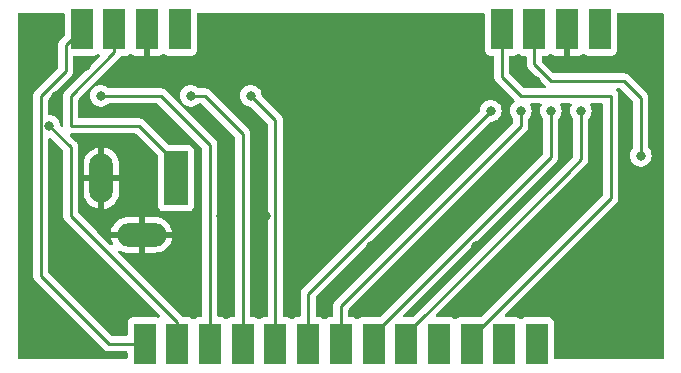
<source format=gtl>
%TF.GenerationSoftware,KiCad,Pcbnew,(6.0.7)*%
%TF.CreationDate,2022-08-10T23:52:04+02:00*%
%TF.ProjectId,atari-lpt-joysticks,61746172-692d-46c7-9074-2d6a6f797374,rev?*%
%TF.SameCoordinates,Original*%
%TF.FileFunction,Copper,L1,Top*%
%TF.FilePolarity,Positive*%
%FSLAX46Y46*%
G04 Gerber Fmt 4.6, Leading zero omitted, Abs format (unit mm)*
G04 Created by KiCad (PCBNEW (6.0.7)) date 2022-08-10 23:52:04*
%MOMM*%
%LPD*%
G01*
G04 APERTURE LIST*
%TA.AperFunction,SMDPad,CuDef*%
%ADD10R,1.846667X3.480000*%
%TD*%
%TA.AperFunction,ComponentPad*%
%ADD11R,2.000000X4.600000*%
%TD*%
%TA.AperFunction,ComponentPad*%
%ADD12O,2.000000X4.200000*%
%TD*%
%TA.AperFunction,ComponentPad*%
%ADD13O,4.200000X2.000000*%
%TD*%
%TA.AperFunction,ViaPad*%
%ADD14C,0.800000*%
%TD*%
%TA.AperFunction,Conductor*%
%ADD15C,0.250000*%
%TD*%
G04 APERTURE END LIST*
D10*
%TO.P,J1,1,1*%
%TO.N,Net-(J1-Pad1)*%
X100220000Y-92097500D03*
%TO.P,J1,2,2*%
%TO.N,Net-(J1-Pad2)*%
X102990000Y-92097500D03*
%TO.P,J1,3,3*%
%TO.N,Net-(J1-Pad3)*%
X105760000Y-92097500D03*
%TO.P,J1,4,4*%
%TO.N,Net-(J1-Pad4)*%
X108530000Y-92097500D03*
%TO.P,J1,5,5*%
%TO.N,Net-(J1-Pad5)*%
X111300000Y-92097500D03*
%TO.P,J1,6,6*%
%TO.N,Net-(J1-Pad6)*%
X114070000Y-92097500D03*
%TO.P,J1,7,7*%
%TO.N,Net-(J1-Pad7)*%
X116840000Y-92097500D03*
%TO.P,J1,8,8*%
%TO.N,Net-(J1-Pad8)*%
X119610000Y-92097500D03*
%TO.P,J1,9,9*%
%TO.N,Net-(J1-Pad9)*%
X122380000Y-92097500D03*
%TO.P,J1,10,10*%
%TO.N,unconnected-(J1-Pad10)*%
X125150000Y-92097500D03*
%TO.P,J1,11,11*%
%TO.N,Net-(J1-Pad11)*%
X127920000Y-92097500D03*
%TO.P,J1,12,12*%
%TO.N,unconnected-(J1-Pad12)*%
X130690000Y-92097500D03*
%TO.P,J1,13,13*%
%TO.N,unconnected-(J1-Pad13)*%
X133460000Y-92097500D03*
%TD*%
D11*
%TO.P,J2,1*%
%TO.N,Net-(J2-Pad1)*%
X102870000Y-78090000D03*
D12*
%TO.P,J2,2*%
%TO.N,GND*%
X96570000Y-78090000D03*
D13*
%TO.P,J2,3*%
X99970000Y-82890000D03*
%TD*%
D10*
%TO.P,Joystick-4,6,6*%
%TO.N,Net-(J1-Pad1)*%
X94905000Y-65482500D03*
%TO.P,Joystick-4,7,7*%
%TO.N,Net-(J2-Pad1)*%
X97675000Y-65482500D03*
%TO.P,Joystick-4,8,8*%
%TO.N,GND*%
X100445000Y-65482500D03*
%TO.P,Joystick-4,9,9*%
%TO.N,unconnected-(Joystick-4-Pad9)*%
X103215000Y-65482500D03*
%TD*%
%TO.P,Joystick-3,6,6*%
%TO.N,Net-(J1-Pad11)*%
X130465000Y-65482500D03*
%TO.P,Joystick-3,7,7*%
%TO.N,Net-(J2-Pad1)*%
X133235000Y-65482500D03*
%TO.P,Joystick-3,8,8*%
%TO.N,GND*%
X136005000Y-65482500D03*
%TO.P,Joystick-3,9,9*%
%TO.N,unconnected-(Joystick-3-Pad9)*%
X138775000Y-65482500D03*
%TD*%
D14*
%TO.N,Net-(J1-Pad2)*%
X92164500Y-73660000D03*
%TO.N,Net-(J1-Pad3)*%
X96520000Y-71120000D03*
%TO.N,Net-(J1-Pad4)*%
X104140000Y-71120000D03*
%TO.N,Net-(J1-Pad5)*%
X109220000Y-71120000D03*
%TO.N,Net-(J1-Pad6)*%
X129540000Y-72390000D03*
%TO.N,Net-(J1-Pad7)*%
X132080000Y-72390000D03*
%TO.N,Net-(J1-Pad8)*%
X134620000Y-72390000D03*
%TO.N,Net-(J1-Pad9)*%
X137160000Y-72390000D03*
%TO.N,Net-(J2-Pad1)*%
X142240000Y-76200000D03*
%TO.N,GND*%
X106680000Y-81280000D03*
X113030000Y-81280000D03*
X92710000Y-91440000D03*
X95250000Y-68580000D03*
X110490000Y-81280000D03*
X133350000Y-69850000D03*
X128270000Y-83820000D03*
X121920000Y-86360000D03*
X140962549Y-73656031D03*
X119380000Y-83820000D03*
X135890000Y-68580000D03*
X113030000Y-76200000D03*
X92710000Y-71120000D03*
X96520000Y-87630000D03*
X135890000Y-88900000D03*
X132080000Y-85090000D03*
%TD*%
D15*
%TO.N,Net-(J1-Pad1)*%
X97177500Y-92097500D02*
X100220000Y-92097500D01*
X91440000Y-71120000D02*
X91440000Y-86360000D01*
X93530000Y-66857500D02*
X93530000Y-69030000D01*
X91440000Y-86360000D02*
X97177500Y-92097500D01*
X94905000Y-65482500D02*
X93530000Y-66857500D01*
X93530000Y-69030000D02*
X91440000Y-71120000D01*
%TO.N,Net-(J1-Pad2)*%
X102990000Y-92097500D02*
X102990000Y-90290000D01*
X93980000Y-75475500D02*
X92164500Y-73660000D01*
X102990000Y-90290000D02*
X93980000Y-81280000D01*
X93980000Y-81280000D02*
X93980000Y-75475500D01*
%TO.N,Net-(J1-Pad3)*%
X105760000Y-92097500D02*
X105760000Y-75280000D01*
X105760000Y-75280000D02*
X101600000Y-71120000D01*
X101600000Y-71120000D02*
X96520000Y-71120000D01*
%TO.N,Net-(J1-Pad4)*%
X108530000Y-92097500D02*
X108530000Y-74350000D01*
X105300000Y-71120000D02*
X104140000Y-71120000D01*
X108530000Y-74350000D02*
X105300000Y-71120000D01*
%TO.N,Net-(J1-Pad5)*%
X109220000Y-71120000D02*
X111300000Y-73200000D01*
X111300000Y-92097500D02*
X111300000Y-73200000D01*
%TO.N,Net-(J1-Pad6)*%
X114070000Y-87860000D02*
X129540000Y-72390000D01*
X114070000Y-92097500D02*
X114070000Y-87860000D01*
%TO.N,Net-(J1-Pad7)*%
X116840000Y-88900000D02*
X116840000Y-92097500D01*
X132080000Y-72390000D02*
X132080000Y-73660000D01*
X132080000Y-73660000D02*
X116840000Y-88900000D01*
%TO.N,Net-(J1-Pad8)*%
X134620000Y-76270832D02*
X132750416Y-78140416D01*
X132750416Y-78140416D02*
X134620000Y-76270833D01*
X119610000Y-92097500D02*
X119610000Y-91280833D01*
X119610000Y-91280833D02*
X132750416Y-78140416D01*
X134620000Y-72390000D02*
X134620000Y-76270832D01*
%TO.N,Net-(J1-Pad9)*%
X122380000Y-92097500D02*
X122380000Y-91280833D01*
X137160000Y-72390000D02*
X137160000Y-76500834D01*
X122380000Y-91280833D02*
X136040417Y-77620417D01*
X137160000Y-76500834D02*
X136040417Y-77620417D01*
X136040417Y-77620417D02*
X137160000Y-76500833D01*
%TO.N,Net-(J1-Pad11)*%
X130465000Y-69505000D02*
X132080000Y-71120000D01*
X139700000Y-71120000D02*
X139700000Y-79774167D01*
X139700000Y-79774167D02*
X127920000Y-91554167D01*
X132080000Y-71120000D02*
X139700000Y-71120000D01*
X130465000Y-65482500D02*
X130465000Y-69505000D01*
X127920000Y-91554167D02*
X127920000Y-92097500D01*
%TO.N,Net-(J2-Pad1)*%
X102870000Y-76790000D02*
X99740000Y-73660000D01*
X134620000Y-69850000D02*
X133235000Y-68465000D01*
X142240000Y-71310000D02*
X140780000Y-69850000D01*
X99740000Y-73660000D02*
X93980000Y-73660000D01*
X142240000Y-76200000D02*
X142240000Y-71310000D01*
X133235000Y-68465000D02*
X133235000Y-65482500D01*
X140780000Y-69850000D02*
X134620000Y-69850000D01*
X93980000Y-73660000D02*
X93980000Y-71120000D01*
X93980000Y-71120000D02*
X97675000Y-67425000D01*
X97675000Y-67425000D02*
X97675000Y-65482500D01*
X102870000Y-78090000D02*
X102870000Y-76790000D01*
%TD*%
%TA.AperFunction,Conductor*%
%TO.N,GND*%
G36*
X93415288Y-64103502D02*
G01*
X93461781Y-64157158D01*
X93473167Y-64209500D01*
X93473167Y-65966238D01*
X93453165Y-66034359D01*
X93436262Y-66055333D01*
X93137747Y-66353848D01*
X93129461Y-66361388D01*
X93122982Y-66365500D01*
X93117557Y-66371277D01*
X93076357Y-66415151D01*
X93073602Y-66417993D01*
X93053865Y-66437730D01*
X93051385Y-66440927D01*
X93043682Y-66449947D01*
X93013414Y-66482179D01*
X93009595Y-66489125D01*
X93009593Y-66489128D01*
X93003652Y-66499934D01*
X92992801Y-66516453D01*
X92980386Y-66532459D01*
X92977241Y-66539728D01*
X92977238Y-66539732D01*
X92962826Y-66573037D01*
X92957609Y-66583687D01*
X92936305Y-66622440D01*
X92934334Y-66630115D01*
X92934334Y-66630116D01*
X92931267Y-66642062D01*
X92924863Y-66660766D01*
X92916819Y-66679355D01*
X92915580Y-66687178D01*
X92915577Y-66687188D01*
X92909901Y-66723024D01*
X92907495Y-66734644D01*
X92896500Y-66777470D01*
X92896500Y-66797724D01*
X92894949Y-66817434D01*
X92891780Y-66837443D01*
X92892526Y-66845335D01*
X92895941Y-66881461D01*
X92896500Y-66893319D01*
X92896500Y-68715405D01*
X92876498Y-68783526D01*
X92859595Y-68804500D01*
X91047747Y-70616348D01*
X91039461Y-70623888D01*
X91032982Y-70628000D01*
X91027557Y-70633777D01*
X90986357Y-70677651D01*
X90983602Y-70680493D01*
X90963865Y-70700230D01*
X90961385Y-70703427D01*
X90953682Y-70712447D01*
X90923414Y-70744679D01*
X90919595Y-70751625D01*
X90919593Y-70751628D01*
X90913652Y-70762434D01*
X90902801Y-70778953D01*
X90890386Y-70794959D01*
X90887241Y-70802228D01*
X90887238Y-70802232D01*
X90872826Y-70835537D01*
X90867609Y-70846187D01*
X90846305Y-70884940D01*
X90844334Y-70892615D01*
X90844334Y-70892616D01*
X90841267Y-70904562D01*
X90834863Y-70923266D01*
X90833912Y-70925465D01*
X90826819Y-70941855D01*
X90825580Y-70949678D01*
X90825577Y-70949688D01*
X90819901Y-70985524D01*
X90817495Y-70997144D01*
X90808472Y-71032289D01*
X90806500Y-71039970D01*
X90806500Y-71060224D01*
X90804949Y-71079934D01*
X90801780Y-71099943D01*
X90802526Y-71107835D01*
X90805941Y-71143961D01*
X90806500Y-71155819D01*
X90806500Y-86281233D01*
X90805973Y-86292416D01*
X90804298Y-86299909D01*
X90804547Y-86307835D01*
X90804547Y-86307836D01*
X90806438Y-86367986D01*
X90806500Y-86371945D01*
X90806500Y-86399856D01*
X90806997Y-86403790D01*
X90806997Y-86403791D01*
X90807005Y-86403856D01*
X90807938Y-86415693D01*
X90809327Y-86459889D01*
X90814978Y-86479339D01*
X90818987Y-86498700D01*
X90821526Y-86518797D01*
X90824445Y-86526168D01*
X90824445Y-86526170D01*
X90837804Y-86559912D01*
X90841649Y-86571142D01*
X90853982Y-86613593D01*
X90858015Y-86620412D01*
X90858017Y-86620417D01*
X90864293Y-86631028D01*
X90872988Y-86648776D01*
X90880448Y-86667617D01*
X90885110Y-86674033D01*
X90885110Y-86674034D01*
X90906436Y-86703387D01*
X90912952Y-86713307D01*
X90935458Y-86751362D01*
X90949779Y-86765683D01*
X90962619Y-86780716D01*
X90974528Y-86797107D01*
X90980634Y-86802158D01*
X91008605Y-86825298D01*
X91017384Y-86833288D01*
X96673843Y-92489747D01*
X96681387Y-92498037D01*
X96685500Y-92504518D01*
X96691277Y-92509943D01*
X96735167Y-92551158D01*
X96738009Y-92553913D01*
X96757730Y-92573634D01*
X96760925Y-92576112D01*
X96769947Y-92583818D01*
X96802179Y-92614086D01*
X96809128Y-92617906D01*
X96819932Y-92623846D01*
X96836456Y-92634699D01*
X96852459Y-92647113D01*
X96893043Y-92664676D01*
X96903673Y-92669883D01*
X96942440Y-92691195D01*
X96950117Y-92693166D01*
X96950122Y-92693168D01*
X96962058Y-92696232D01*
X96980766Y-92702637D01*
X96999355Y-92710681D01*
X97007183Y-92711921D01*
X97007190Y-92711923D01*
X97043024Y-92717599D01*
X97054644Y-92720005D01*
X97089789Y-92729028D01*
X97097470Y-92731000D01*
X97117724Y-92731000D01*
X97137434Y-92732551D01*
X97157443Y-92735720D01*
X97165335Y-92734974D01*
X97201461Y-92731559D01*
X97213319Y-92731000D01*
X98662167Y-92731000D01*
X98730288Y-92751002D01*
X98776781Y-92804658D01*
X98788167Y-92857000D01*
X98788167Y-93270500D01*
X98768165Y-93338621D01*
X98714509Y-93385114D01*
X98662167Y-93396500D01*
X89609500Y-93396500D01*
X89541379Y-93376498D01*
X89494886Y-93322842D01*
X89483500Y-93270500D01*
X89483500Y-64209500D01*
X89503502Y-64141379D01*
X89557158Y-64094886D01*
X89609500Y-64083500D01*
X93347167Y-64083500D01*
X93415288Y-64103502D01*
G37*
%TD.AperFunction*%
%TA.AperFunction,Conductor*%
G36*
X144138621Y-64103502D02*
G01*
X144185114Y-64157158D01*
X144196500Y-64209500D01*
X144196500Y-93270500D01*
X144176498Y-93338621D01*
X144122842Y-93385114D01*
X144070500Y-93396500D01*
X135017833Y-93396500D01*
X134949712Y-93376498D01*
X134903219Y-93322842D01*
X134891833Y-93270500D01*
X134891833Y-90309366D01*
X134885078Y-90247184D01*
X134833948Y-90110795D01*
X134746594Y-89994239D01*
X134630038Y-89906885D01*
X134493649Y-89855755D01*
X134431467Y-89849000D01*
X132488533Y-89849000D01*
X132426351Y-89855755D01*
X132289962Y-89906885D01*
X132173406Y-89994239D01*
X132168025Y-90001419D01*
X132164095Y-90005349D01*
X132101783Y-90039375D01*
X132030968Y-90034310D01*
X131985905Y-90005349D01*
X131981975Y-90001419D01*
X131976594Y-89994239D01*
X131860038Y-89906885D01*
X131723649Y-89855755D01*
X131661467Y-89849000D01*
X130825261Y-89849000D01*
X130757140Y-89828998D01*
X130710647Y-89775342D01*
X130700543Y-89705068D01*
X130730037Y-89640488D01*
X130736166Y-89633905D01*
X140092253Y-80277819D01*
X140100539Y-80270279D01*
X140107018Y-80266167D01*
X140153644Y-80216515D01*
X140156398Y-80213674D01*
X140176135Y-80193937D01*
X140178615Y-80190740D01*
X140186320Y-80181718D01*
X140211159Y-80155267D01*
X140216586Y-80149488D01*
X140220405Y-80142542D01*
X140220407Y-80142539D01*
X140226348Y-80131733D01*
X140237199Y-80115214D01*
X140244758Y-80105468D01*
X140249614Y-80099208D01*
X140252759Y-80091939D01*
X140252762Y-80091935D01*
X140267174Y-80058630D01*
X140272391Y-80047980D01*
X140293695Y-80009227D01*
X140298733Y-79989604D01*
X140305137Y-79970901D01*
X140310033Y-79959587D01*
X140310033Y-79959586D01*
X140313181Y-79952312D01*
X140314420Y-79944489D01*
X140314423Y-79944479D01*
X140320099Y-79908643D01*
X140322505Y-79897023D01*
X140331528Y-79861878D01*
X140331528Y-79861877D01*
X140333500Y-79854197D01*
X140333500Y-79833943D01*
X140335051Y-79814232D01*
X140336980Y-79802053D01*
X140338220Y-79794224D01*
X140334059Y-79750205D01*
X140333500Y-79738348D01*
X140333500Y-71191793D01*
X140335732Y-71168184D01*
X140335790Y-71167881D01*
X140335790Y-71167877D01*
X140337275Y-71160094D01*
X140333749Y-71104049D01*
X140333500Y-71096138D01*
X140333500Y-71080144D01*
X140331494Y-71064270D01*
X140330752Y-71056410D01*
X140329024Y-71028951D01*
X140327723Y-71008263D01*
X140327723Y-71008262D01*
X140327225Y-71000350D01*
X140324679Y-70992513D01*
X140319506Y-70969369D01*
X140319468Y-70969065D01*
X140319467Y-70969060D01*
X140318474Y-70961203D01*
X140315558Y-70953838D01*
X140315557Y-70953834D01*
X140297801Y-70908989D01*
X140295129Y-70901570D01*
X140277764Y-70848125D01*
X140273514Y-70841428D01*
X140273350Y-70841169D01*
X140262585Y-70820042D01*
X140262471Y-70819754D01*
X140262468Y-70819749D01*
X140259552Y-70812383D01*
X140254896Y-70805975D01*
X140254893Y-70805969D01*
X140226542Y-70766948D01*
X140222092Y-70760401D01*
X140192000Y-70712982D01*
X140185993Y-70707341D01*
X140170312Y-70689555D01*
X140165958Y-70683563D01*
X140142099Y-70616697D01*
X140158177Y-70547545D01*
X140209089Y-70498063D01*
X140267893Y-70483500D01*
X140465406Y-70483500D01*
X140533527Y-70503502D01*
X140554501Y-70520405D01*
X141569595Y-71535500D01*
X141603621Y-71597812D01*
X141606500Y-71624595D01*
X141606500Y-75497476D01*
X141586498Y-75565597D01*
X141574142Y-75581779D01*
X141500960Y-75663056D01*
X141405473Y-75828444D01*
X141346458Y-76010072D01*
X141326496Y-76200000D01*
X141327186Y-76206565D01*
X141338152Y-76310897D01*
X141346458Y-76389928D01*
X141405473Y-76571556D01*
X141408776Y-76577278D01*
X141408777Y-76577279D01*
X141432716Y-76618743D01*
X141500960Y-76736944D01*
X141505378Y-76741851D01*
X141505379Y-76741852D01*
X141608917Y-76856843D01*
X141628747Y-76878866D01*
X141783248Y-76991118D01*
X141789276Y-76993802D01*
X141789278Y-76993803D01*
X141951681Y-77066109D01*
X141957712Y-77068794D01*
X142051113Y-77088647D01*
X142138056Y-77107128D01*
X142138061Y-77107128D01*
X142144513Y-77108500D01*
X142335487Y-77108500D01*
X142341939Y-77107128D01*
X142341944Y-77107128D01*
X142428887Y-77088647D01*
X142522288Y-77068794D01*
X142528319Y-77066109D01*
X142690722Y-76993803D01*
X142690724Y-76993802D01*
X142696752Y-76991118D01*
X142851253Y-76878866D01*
X142871083Y-76856843D01*
X142974621Y-76741852D01*
X142974622Y-76741851D01*
X142979040Y-76736944D01*
X143047284Y-76618743D01*
X143071223Y-76577279D01*
X143071224Y-76577278D01*
X143074527Y-76571556D01*
X143133542Y-76389928D01*
X143141849Y-76310897D01*
X143152814Y-76206565D01*
X143153504Y-76200000D01*
X143133542Y-76010072D01*
X143074527Y-75828444D01*
X142979040Y-75663056D01*
X142905863Y-75581785D01*
X142875147Y-75517779D01*
X142873500Y-75497476D01*
X142873500Y-71388767D01*
X142874027Y-71377584D01*
X142875702Y-71370091D01*
X142873562Y-71302000D01*
X142873500Y-71298043D01*
X142873500Y-71270144D01*
X142872996Y-71266153D01*
X142872063Y-71254311D01*
X142870923Y-71218036D01*
X142870674Y-71210111D01*
X142868462Y-71202497D01*
X142868461Y-71202492D01*
X142865023Y-71190659D01*
X142861012Y-71171295D01*
X142859467Y-71159064D01*
X142858474Y-71151203D01*
X142855557Y-71143836D01*
X142855556Y-71143831D01*
X142842198Y-71110092D01*
X142838354Y-71098865D01*
X142834065Y-71084103D01*
X142826018Y-71056407D01*
X142815707Y-71038972D01*
X142807012Y-71021224D01*
X142799552Y-71002383D01*
X142787304Y-70985524D01*
X142773564Y-70966613D01*
X142767048Y-70956693D01*
X142748580Y-70925465D01*
X142748578Y-70925462D01*
X142744542Y-70918638D01*
X142730221Y-70904317D01*
X142717380Y-70889283D01*
X142710131Y-70879306D01*
X142705472Y-70872893D01*
X142671395Y-70844702D01*
X142662616Y-70836712D01*
X141283652Y-69457747D01*
X141276112Y-69449461D01*
X141272000Y-69442982D01*
X141222348Y-69396356D01*
X141219507Y-69393602D01*
X141199770Y-69373865D01*
X141196573Y-69371385D01*
X141187551Y-69363680D01*
X141185023Y-69361306D01*
X141155321Y-69333414D01*
X141148375Y-69329595D01*
X141148372Y-69329593D01*
X141137566Y-69323652D01*
X141121047Y-69312801D01*
X141116168Y-69309017D01*
X141105041Y-69300386D01*
X141097772Y-69297241D01*
X141097768Y-69297238D01*
X141064463Y-69282826D01*
X141053813Y-69277609D01*
X141015060Y-69256305D01*
X140995437Y-69251267D01*
X140976734Y-69244863D01*
X140965420Y-69239967D01*
X140965419Y-69239967D01*
X140958145Y-69236819D01*
X140950322Y-69235580D01*
X140950312Y-69235577D01*
X140914476Y-69229901D01*
X140902856Y-69227495D01*
X140867711Y-69218472D01*
X140867710Y-69218472D01*
X140860030Y-69216500D01*
X140839776Y-69216500D01*
X140820065Y-69214949D01*
X140807886Y-69213020D01*
X140800057Y-69211780D01*
X140792165Y-69212526D01*
X140756039Y-69215941D01*
X140744181Y-69216500D01*
X134934594Y-69216500D01*
X134866473Y-69196498D01*
X134845503Y-69179599D01*
X133905403Y-68239498D01*
X133871379Y-68177188D01*
X133868500Y-68150405D01*
X133868500Y-67857000D01*
X133888502Y-67788879D01*
X133942158Y-67742386D01*
X133994500Y-67731000D01*
X134206467Y-67731000D01*
X134268649Y-67724245D01*
X134405038Y-67673115D01*
X134521594Y-67585761D01*
X134526975Y-67578581D01*
X134531262Y-67574294D01*
X134593574Y-67540268D01*
X134664389Y-67545333D01*
X134709452Y-67574294D01*
X134725943Y-67590785D01*
X134828018Y-67667286D01*
X134843613Y-67675824D01*
X134964061Y-67720978D01*
X134979316Y-67724605D01*
X135030181Y-67730131D01*
X135036995Y-67730500D01*
X135732885Y-67730500D01*
X135748124Y-67726025D01*
X135749329Y-67724635D01*
X135751000Y-67716952D01*
X135751000Y-65354500D01*
X135771002Y-65286379D01*
X135824658Y-65239886D01*
X135877000Y-65228500D01*
X136133000Y-65228500D01*
X136201121Y-65248502D01*
X136247614Y-65302158D01*
X136259000Y-65354500D01*
X136259000Y-67712384D01*
X136263475Y-67727623D01*
X136264865Y-67728828D01*
X136272548Y-67730499D01*
X136973002Y-67730499D01*
X136979823Y-67730129D01*
X137030685Y-67724605D01*
X137045937Y-67720979D01*
X137166387Y-67675824D01*
X137181982Y-67667286D01*
X137284057Y-67590785D01*
X137300548Y-67574294D01*
X137362860Y-67540268D01*
X137433675Y-67545333D01*
X137478738Y-67574294D01*
X137483025Y-67578581D01*
X137488406Y-67585761D01*
X137604962Y-67673115D01*
X137741351Y-67724245D01*
X137803533Y-67731000D01*
X139746467Y-67731000D01*
X139808649Y-67724245D01*
X139945038Y-67673115D01*
X140061594Y-67585761D01*
X140148948Y-67469205D01*
X140200078Y-67332816D01*
X140206833Y-67270634D01*
X140206833Y-64209500D01*
X140226835Y-64141379D01*
X140280491Y-64094886D01*
X140332833Y-64083500D01*
X144070500Y-64083500D01*
X144138621Y-64103502D01*
G37*
%TD.AperFunction*%
%TA.AperFunction,Conductor*%
G36*
X92282012Y-74673870D02*
G01*
X92288594Y-74679998D01*
X92804532Y-75195937D01*
X93309595Y-75701000D01*
X93343621Y-75763312D01*
X93346500Y-75790095D01*
X93346500Y-81201233D01*
X93345973Y-81212416D01*
X93344298Y-81219909D01*
X93344547Y-81227835D01*
X93344547Y-81227836D01*
X93346438Y-81287986D01*
X93346500Y-81291945D01*
X93346500Y-81319856D01*
X93346997Y-81323790D01*
X93346997Y-81323791D01*
X93347005Y-81323856D01*
X93347938Y-81335693D01*
X93349327Y-81379889D01*
X93354978Y-81399339D01*
X93358987Y-81418700D01*
X93361526Y-81438797D01*
X93364445Y-81446168D01*
X93364445Y-81446170D01*
X93377804Y-81479912D01*
X93381649Y-81491142D01*
X93393982Y-81533593D01*
X93398015Y-81540412D01*
X93398017Y-81540417D01*
X93404293Y-81551028D01*
X93412988Y-81568776D01*
X93420448Y-81587617D01*
X93425110Y-81594033D01*
X93425110Y-81594034D01*
X93446436Y-81623387D01*
X93452952Y-81633307D01*
X93475458Y-81671362D01*
X93489779Y-81685683D01*
X93502619Y-81700716D01*
X93514528Y-81717107D01*
X93520634Y-81722158D01*
X93548605Y-81745298D01*
X93557384Y-81753288D01*
X101492234Y-89688138D01*
X101526260Y-89750450D01*
X101521195Y-89821265D01*
X101478648Y-89878101D01*
X101412128Y-89902912D01*
X101358910Y-89895215D01*
X101261051Y-89858529D01*
X101261045Y-89858527D01*
X101253649Y-89855755D01*
X101191467Y-89849000D01*
X99248533Y-89849000D01*
X99186351Y-89855755D01*
X99049962Y-89906885D01*
X98933406Y-89994239D01*
X98846052Y-90110795D01*
X98794922Y-90247184D01*
X98788167Y-90309366D01*
X98788167Y-91338000D01*
X98768165Y-91406121D01*
X98714509Y-91452614D01*
X98662167Y-91464000D01*
X97492095Y-91464000D01*
X97423974Y-91443998D01*
X97403000Y-91427095D01*
X92110405Y-86134500D01*
X92076379Y-86072188D01*
X92073500Y-86045405D01*
X92073500Y-74769094D01*
X92093502Y-74700973D01*
X92147158Y-74654480D01*
X92217432Y-74644376D01*
X92282012Y-74673870D01*
G37*
%TD.AperFunction*%
%TA.AperFunction,Conductor*%
G36*
X128975288Y-64103502D02*
G01*
X129021781Y-64157158D01*
X129033167Y-64209500D01*
X129033167Y-67270634D01*
X129039922Y-67332816D01*
X129091052Y-67469205D01*
X129178406Y-67585761D01*
X129294962Y-67673115D01*
X129431351Y-67724245D01*
X129493533Y-67731000D01*
X129705500Y-67731000D01*
X129773621Y-67751002D01*
X129820114Y-67804658D01*
X129831500Y-67857000D01*
X129831500Y-69426233D01*
X129830973Y-69437416D01*
X129829298Y-69444909D01*
X129829547Y-69452835D01*
X129829547Y-69452836D01*
X129831438Y-69512986D01*
X129831500Y-69516945D01*
X129831500Y-69544856D01*
X129831997Y-69548790D01*
X129831997Y-69548791D01*
X129832005Y-69548856D01*
X129832938Y-69560693D01*
X129834327Y-69604889D01*
X129839978Y-69624339D01*
X129843987Y-69643700D01*
X129846526Y-69663797D01*
X129849445Y-69671168D01*
X129849445Y-69671170D01*
X129862804Y-69704912D01*
X129866649Y-69716142D01*
X129878982Y-69758593D01*
X129883015Y-69765412D01*
X129883017Y-69765417D01*
X129889293Y-69776028D01*
X129897988Y-69793776D01*
X129905448Y-69812617D01*
X129910110Y-69819033D01*
X129910110Y-69819034D01*
X129931436Y-69848387D01*
X129937952Y-69858307D01*
X129960458Y-69896362D01*
X129974779Y-69910683D01*
X129987619Y-69925716D01*
X129999528Y-69942107D01*
X130005634Y-69947158D01*
X130033605Y-69970298D01*
X130042384Y-69978288D01*
X131541942Y-71477847D01*
X131575968Y-71540159D01*
X131570903Y-71610975D01*
X131526908Y-71668877D01*
X131468747Y-71711134D01*
X131464326Y-71716044D01*
X131464325Y-71716045D01*
X131364279Y-71827158D01*
X131340960Y-71853056D01*
X131245473Y-72018444D01*
X131186458Y-72200072D01*
X131166496Y-72390000D01*
X131186458Y-72579928D01*
X131245473Y-72761556D01*
X131340960Y-72926944D01*
X131414137Y-73008215D01*
X131444853Y-73072221D01*
X131446500Y-73092524D01*
X131446500Y-73345406D01*
X131426498Y-73413527D01*
X131409595Y-73434501D01*
X116447747Y-88396348D01*
X116439461Y-88403888D01*
X116432982Y-88408000D01*
X116427557Y-88413777D01*
X116386357Y-88457651D01*
X116383602Y-88460493D01*
X116363865Y-88480230D01*
X116361385Y-88483427D01*
X116353682Y-88492447D01*
X116323414Y-88524679D01*
X116319595Y-88531625D01*
X116319593Y-88531628D01*
X116313652Y-88542434D01*
X116302801Y-88558953D01*
X116290386Y-88574959D01*
X116287241Y-88582228D01*
X116287238Y-88582232D01*
X116272826Y-88615537D01*
X116267609Y-88626187D01*
X116246305Y-88664940D01*
X116244334Y-88672615D01*
X116244334Y-88672616D01*
X116241267Y-88684562D01*
X116234863Y-88703266D01*
X116226819Y-88721855D01*
X116225580Y-88729678D01*
X116225577Y-88729688D01*
X116219901Y-88765524D01*
X116217495Y-88777144D01*
X116206500Y-88819970D01*
X116206500Y-88840224D01*
X116204949Y-88859934D01*
X116201780Y-88879943D01*
X116202526Y-88887835D01*
X116205941Y-88923961D01*
X116206500Y-88935819D01*
X116206500Y-89723000D01*
X116186498Y-89791121D01*
X116132842Y-89837614D01*
X116080500Y-89849000D01*
X115868533Y-89849000D01*
X115806351Y-89855755D01*
X115669962Y-89906885D01*
X115553406Y-89994239D01*
X115548025Y-90001419D01*
X115544095Y-90005349D01*
X115481783Y-90039375D01*
X115410968Y-90034310D01*
X115365905Y-90005349D01*
X115361975Y-90001419D01*
X115356594Y-89994239D01*
X115240038Y-89906885D01*
X115103649Y-89855755D01*
X115041467Y-89849000D01*
X114829500Y-89849000D01*
X114761379Y-89828998D01*
X114714886Y-89775342D01*
X114703500Y-89723000D01*
X114703500Y-88174594D01*
X114723502Y-88106473D01*
X114740405Y-88085499D01*
X129490500Y-73335405D01*
X129552812Y-73301379D01*
X129579595Y-73298500D01*
X129635487Y-73298500D01*
X129641939Y-73297128D01*
X129641944Y-73297128D01*
X129728887Y-73278647D01*
X129822288Y-73258794D01*
X129835342Y-73252982D01*
X129990722Y-73183803D01*
X129990724Y-73183802D01*
X129996752Y-73181118D01*
X130006990Y-73173680D01*
X130062083Y-73133652D01*
X130151253Y-73068866D01*
X130171104Y-73046819D01*
X130274621Y-72931852D01*
X130274625Y-72931847D01*
X130279040Y-72926944D01*
X130374527Y-72761556D01*
X130433542Y-72579928D01*
X130453504Y-72390000D01*
X130433542Y-72200072D01*
X130374527Y-72018444D01*
X130279040Y-71853056D01*
X130255722Y-71827158D01*
X130155675Y-71716045D01*
X130155674Y-71716044D01*
X130151253Y-71711134D01*
X129996752Y-71598882D01*
X129990724Y-71596198D01*
X129990722Y-71596197D01*
X129828319Y-71523891D01*
X129828318Y-71523891D01*
X129822288Y-71521206D01*
X129709721Y-71497279D01*
X129641944Y-71482872D01*
X129641939Y-71482872D01*
X129635487Y-71481500D01*
X129444513Y-71481500D01*
X129438061Y-71482872D01*
X129438056Y-71482872D01*
X129370279Y-71497279D01*
X129257712Y-71521206D01*
X129251682Y-71523891D01*
X129251681Y-71523891D01*
X129089278Y-71596197D01*
X129089276Y-71596198D01*
X129083248Y-71598882D01*
X128928747Y-71711134D01*
X128924326Y-71716044D01*
X128924325Y-71716045D01*
X128824279Y-71827158D01*
X128800960Y-71853056D01*
X128705473Y-72018444D01*
X128646458Y-72200072D01*
X128645768Y-72206633D01*
X128645768Y-72206635D01*
X128629093Y-72365293D01*
X128602080Y-72430950D01*
X128592878Y-72441218D01*
X121131317Y-79902778D01*
X113677747Y-87356348D01*
X113669461Y-87363888D01*
X113662982Y-87368000D01*
X113657557Y-87373777D01*
X113616357Y-87417651D01*
X113613602Y-87420493D01*
X113593865Y-87440230D01*
X113591385Y-87443427D01*
X113583682Y-87452447D01*
X113553414Y-87484679D01*
X113549595Y-87491625D01*
X113549593Y-87491628D01*
X113543652Y-87502434D01*
X113532801Y-87518953D01*
X113520386Y-87534959D01*
X113517241Y-87542228D01*
X113517238Y-87542232D01*
X113502826Y-87575537D01*
X113497609Y-87586187D01*
X113476305Y-87624940D01*
X113474334Y-87632615D01*
X113474334Y-87632616D01*
X113471267Y-87644562D01*
X113464863Y-87663266D01*
X113456819Y-87681855D01*
X113455580Y-87689678D01*
X113455577Y-87689688D01*
X113449901Y-87725524D01*
X113447495Y-87737144D01*
X113436500Y-87779970D01*
X113436500Y-87800224D01*
X113434949Y-87819934D01*
X113431780Y-87839943D01*
X113432526Y-87847835D01*
X113435941Y-87883961D01*
X113436500Y-87895819D01*
X113436500Y-89723000D01*
X113416498Y-89791121D01*
X113362842Y-89837614D01*
X113310500Y-89849000D01*
X113098533Y-89849000D01*
X113036351Y-89855755D01*
X112899962Y-89906885D01*
X112783406Y-89994239D01*
X112778025Y-90001419D01*
X112774095Y-90005349D01*
X112711783Y-90039375D01*
X112640968Y-90034310D01*
X112595905Y-90005349D01*
X112591975Y-90001419D01*
X112586594Y-89994239D01*
X112470038Y-89906885D01*
X112333649Y-89855755D01*
X112271467Y-89849000D01*
X112059500Y-89849000D01*
X111991379Y-89828998D01*
X111944886Y-89775342D01*
X111933500Y-89723000D01*
X111933500Y-73278767D01*
X111934027Y-73267584D01*
X111935702Y-73260091D01*
X111933562Y-73192014D01*
X111933500Y-73188055D01*
X111933500Y-73160144D01*
X111932995Y-73156144D01*
X111932062Y-73144301D01*
X111931728Y-73133652D01*
X111930673Y-73100110D01*
X111925022Y-73080658D01*
X111921014Y-73061306D01*
X111919467Y-73049063D01*
X111918474Y-73041203D01*
X111912653Y-73026500D01*
X111902200Y-73000097D01*
X111898355Y-72988870D01*
X111894979Y-72977251D01*
X111886018Y-72946407D01*
X111881984Y-72939585D01*
X111881981Y-72939579D01*
X111875706Y-72928968D01*
X111867010Y-72911218D01*
X111862472Y-72899756D01*
X111862469Y-72899751D01*
X111859552Y-72892383D01*
X111833573Y-72856625D01*
X111827057Y-72846707D01*
X111808575Y-72815457D01*
X111804542Y-72808637D01*
X111790218Y-72794313D01*
X111777376Y-72779278D01*
X111765472Y-72762893D01*
X111731406Y-72734711D01*
X111722627Y-72726722D01*
X110167122Y-71171217D01*
X110133096Y-71108905D01*
X110130907Y-71095292D01*
X110127621Y-71064022D01*
X110121142Y-71002383D01*
X110114232Y-70936635D01*
X110114232Y-70936633D01*
X110113542Y-70930072D01*
X110054527Y-70748444D01*
X109959040Y-70583056D01*
X109944798Y-70567238D01*
X109835675Y-70446045D01*
X109835674Y-70446044D01*
X109831253Y-70441134D01*
X109676752Y-70328882D01*
X109670724Y-70326198D01*
X109670722Y-70326197D01*
X109508319Y-70253891D01*
X109508318Y-70253891D01*
X109502288Y-70251206D01*
X109408888Y-70231353D01*
X109321944Y-70212872D01*
X109321939Y-70212872D01*
X109315487Y-70211500D01*
X109124513Y-70211500D01*
X109118061Y-70212872D01*
X109118056Y-70212872D01*
X109031112Y-70231353D01*
X108937712Y-70251206D01*
X108931682Y-70253891D01*
X108931681Y-70253891D01*
X108769278Y-70326197D01*
X108769276Y-70326198D01*
X108763248Y-70328882D01*
X108608747Y-70441134D01*
X108604326Y-70446044D01*
X108604325Y-70446045D01*
X108495203Y-70567238D01*
X108480960Y-70583056D01*
X108385473Y-70748444D01*
X108326458Y-70930072D01*
X108325768Y-70936633D01*
X108325768Y-70936635D01*
X108310707Y-71079935D01*
X108306496Y-71120000D01*
X108307186Y-71126565D01*
X108322277Y-71270144D01*
X108326458Y-71309928D01*
X108385473Y-71491556D01*
X108480960Y-71656944D01*
X108485378Y-71661851D01*
X108485379Y-71661852D01*
X108526258Y-71707253D01*
X108608747Y-71798866D01*
X108763248Y-71911118D01*
X108769276Y-71913802D01*
X108769278Y-71913803D01*
X108931681Y-71986109D01*
X108937712Y-71988794D01*
X109031112Y-72008647D01*
X109118056Y-72027128D01*
X109118061Y-72027128D01*
X109124513Y-72028500D01*
X109180406Y-72028500D01*
X109248527Y-72048502D01*
X109269501Y-72065405D01*
X110629595Y-73425499D01*
X110663621Y-73487811D01*
X110666500Y-73514594D01*
X110666500Y-89723000D01*
X110646498Y-89791121D01*
X110592842Y-89837614D01*
X110540500Y-89849000D01*
X110328533Y-89849000D01*
X110266351Y-89855755D01*
X110129962Y-89906885D01*
X110013406Y-89994239D01*
X110008025Y-90001419D01*
X110004095Y-90005349D01*
X109941783Y-90039375D01*
X109870968Y-90034310D01*
X109825905Y-90005349D01*
X109821975Y-90001419D01*
X109816594Y-89994239D01*
X109700038Y-89906885D01*
X109563649Y-89855755D01*
X109501467Y-89849000D01*
X109289500Y-89849000D01*
X109221379Y-89828998D01*
X109174886Y-89775342D01*
X109163500Y-89723000D01*
X109163500Y-74428767D01*
X109164027Y-74417584D01*
X109165702Y-74410091D01*
X109163562Y-74342000D01*
X109163500Y-74338043D01*
X109163500Y-74310144D01*
X109162996Y-74306153D01*
X109162063Y-74294311D01*
X109162046Y-74293748D01*
X109160674Y-74250111D01*
X109158462Y-74242497D01*
X109158461Y-74242492D01*
X109155023Y-74230659D01*
X109151012Y-74211295D01*
X109149467Y-74199064D01*
X109148474Y-74191203D01*
X109145557Y-74183836D01*
X109145556Y-74183831D01*
X109132198Y-74150092D01*
X109128354Y-74138865D01*
X109118230Y-74104022D01*
X109116018Y-74096407D01*
X109107841Y-74082580D01*
X109105707Y-74078972D01*
X109097012Y-74061224D01*
X109089552Y-74042383D01*
X109065213Y-74008882D01*
X109063564Y-74006613D01*
X109057048Y-73996693D01*
X109038580Y-73965465D01*
X109038578Y-73965462D01*
X109034542Y-73958638D01*
X109020221Y-73944317D01*
X109007380Y-73929283D01*
X109000131Y-73919306D01*
X108995472Y-73912893D01*
X108961395Y-73884702D01*
X108952616Y-73876712D01*
X105803652Y-70727747D01*
X105796112Y-70719461D01*
X105792000Y-70712982D01*
X105742348Y-70666356D01*
X105739507Y-70663602D01*
X105719770Y-70643865D01*
X105716573Y-70641385D01*
X105707551Y-70633680D01*
X105675321Y-70603414D01*
X105668375Y-70599595D01*
X105668372Y-70599593D01*
X105657566Y-70593652D01*
X105641047Y-70582801D01*
X105640583Y-70582441D01*
X105625041Y-70570386D01*
X105617772Y-70567241D01*
X105617768Y-70567238D01*
X105584463Y-70552826D01*
X105573813Y-70547609D01*
X105535060Y-70526305D01*
X105515437Y-70521267D01*
X105496734Y-70514863D01*
X105485420Y-70509967D01*
X105485419Y-70509967D01*
X105478145Y-70506819D01*
X105470322Y-70505580D01*
X105470312Y-70505577D01*
X105434476Y-70499901D01*
X105422856Y-70497495D01*
X105387711Y-70488472D01*
X105387710Y-70488472D01*
X105380030Y-70486500D01*
X105359776Y-70486500D01*
X105340065Y-70484949D01*
X105327886Y-70483020D01*
X105320057Y-70481780D01*
X105312165Y-70482526D01*
X105276039Y-70485941D01*
X105264181Y-70486500D01*
X104848200Y-70486500D01*
X104780079Y-70466498D01*
X104760853Y-70450157D01*
X104760580Y-70450460D01*
X104755668Y-70446037D01*
X104751253Y-70441134D01*
X104596752Y-70328882D01*
X104590724Y-70326198D01*
X104590722Y-70326197D01*
X104428319Y-70253891D01*
X104428318Y-70253891D01*
X104422288Y-70251206D01*
X104328888Y-70231353D01*
X104241944Y-70212872D01*
X104241939Y-70212872D01*
X104235487Y-70211500D01*
X104044513Y-70211500D01*
X104038061Y-70212872D01*
X104038056Y-70212872D01*
X103951112Y-70231353D01*
X103857712Y-70251206D01*
X103851682Y-70253891D01*
X103851681Y-70253891D01*
X103689278Y-70326197D01*
X103689276Y-70326198D01*
X103683248Y-70328882D01*
X103528747Y-70441134D01*
X103524326Y-70446044D01*
X103524325Y-70446045D01*
X103415203Y-70567238D01*
X103400960Y-70583056D01*
X103305473Y-70748444D01*
X103246458Y-70930072D01*
X103245768Y-70936633D01*
X103245768Y-70936635D01*
X103230707Y-71079935D01*
X103226496Y-71120000D01*
X103227186Y-71126565D01*
X103242277Y-71270144D01*
X103246458Y-71309928D01*
X103305473Y-71491556D01*
X103400960Y-71656944D01*
X103405378Y-71661851D01*
X103405379Y-71661852D01*
X103509220Y-71777179D01*
X103515734Y-71790751D01*
X103515843Y-71790775D01*
X103529519Y-71799427D01*
X103639730Y-71879500D01*
X103683248Y-71911118D01*
X103689276Y-71913802D01*
X103689278Y-71913803D01*
X103851681Y-71986109D01*
X103857712Y-71988794D01*
X103951112Y-72008647D01*
X104038056Y-72027128D01*
X104038061Y-72027128D01*
X104044513Y-72028500D01*
X104235487Y-72028500D01*
X104241939Y-72027128D01*
X104241944Y-72027128D01*
X104328888Y-72008647D01*
X104422288Y-71988794D01*
X104428319Y-71986109D01*
X104590722Y-71913803D01*
X104590724Y-71913802D01*
X104596752Y-71911118D01*
X104683423Y-71848148D01*
X104740865Y-71806413D01*
X104751253Y-71798866D01*
X104755668Y-71793963D01*
X104760580Y-71789540D01*
X104761705Y-71790789D01*
X104815014Y-71757949D01*
X104848200Y-71753500D01*
X104985406Y-71753500D01*
X105053527Y-71773502D01*
X105074501Y-71790405D01*
X107859595Y-74575500D01*
X107893621Y-74637812D01*
X107896500Y-74664595D01*
X107896500Y-89723000D01*
X107876498Y-89791121D01*
X107822842Y-89837614D01*
X107770500Y-89849000D01*
X107558533Y-89849000D01*
X107496351Y-89855755D01*
X107359962Y-89906885D01*
X107243406Y-89994239D01*
X107238025Y-90001419D01*
X107234095Y-90005349D01*
X107171783Y-90039375D01*
X107100968Y-90034310D01*
X107055905Y-90005349D01*
X107051975Y-90001419D01*
X107046594Y-89994239D01*
X106930038Y-89906885D01*
X106793649Y-89855755D01*
X106731467Y-89849000D01*
X106519500Y-89849000D01*
X106451379Y-89828998D01*
X106404886Y-89775342D01*
X106393500Y-89723000D01*
X106393500Y-75358763D01*
X106394027Y-75347579D01*
X106395701Y-75340091D01*
X106393562Y-75272032D01*
X106393500Y-75268075D01*
X106393500Y-75240144D01*
X106392994Y-75236138D01*
X106392061Y-75224292D01*
X106390922Y-75188037D01*
X106390673Y-75180110D01*
X106385022Y-75160658D01*
X106381014Y-75141306D01*
X106379468Y-75129068D01*
X106379467Y-75129066D01*
X106378474Y-75121203D01*
X106362194Y-75080086D01*
X106358359Y-75068885D01*
X106346018Y-75026406D01*
X106341985Y-75019587D01*
X106341983Y-75019582D01*
X106335707Y-75008971D01*
X106327010Y-74991221D01*
X106319552Y-74972383D01*
X106293571Y-74936623D01*
X106287053Y-74926701D01*
X106268578Y-74895460D01*
X106268574Y-74895455D01*
X106264542Y-74888637D01*
X106250218Y-74874313D01*
X106237376Y-74859278D01*
X106225472Y-74842893D01*
X106191406Y-74814711D01*
X106182627Y-74806722D01*
X103366363Y-71990458D01*
X103355398Y-71970377D01*
X103349494Y-71968765D01*
X103326489Y-71950584D01*
X102103652Y-70727747D01*
X102096112Y-70719461D01*
X102092000Y-70712982D01*
X102042348Y-70666356D01*
X102039507Y-70663602D01*
X102019770Y-70643865D01*
X102016573Y-70641385D01*
X102007551Y-70633680D01*
X101975321Y-70603414D01*
X101968375Y-70599595D01*
X101968372Y-70599593D01*
X101957566Y-70593652D01*
X101941047Y-70582801D01*
X101940583Y-70582441D01*
X101925041Y-70570386D01*
X101917772Y-70567241D01*
X101917768Y-70567238D01*
X101884463Y-70552826D01*
X101873813Y-70547609D01*
X101835060Y-70526305D01*
X101815437Y-70521267D01*
X101796734Y-70514863D01*
X101785420Y-70509967D01*
X101785419Y-70509967D01*
X101778145Y-70506819D01*
X101770322Y-70505580D01*
X101770312Y-70505577D01*
X101734476Y-70499901D01*
X101722856Y-70497495D01*
X101687711Y-70488472D01*
X101687710Y-70488472D01*
X101680030Y-70486500D01*
X101659776Y-70486500D01*
X101640065Y-70484949D01*
X101627886Y-70483020D01*
X101620057Y-70481780D01*
X101612165Y-70482526D01*
X101576039Y-70485941D01*
X101564181Y-70486500D01*
X97228200Y-70486500D01*
X97160079Y-70466498D01*
X97140853Y-70450157D01*
X97140580Y-70450460D01*
X97135668Y-70446037D01*
X97131253Y-70441134D01*
X96976752Y-70328882D01*
X96970724Y-70326198D01*
X96970722Y-70326197D01*
X96808319Y-70253891D01*
X96808318Y-70253891D01*
X96802288Y-70251206D01*
X96708888Y-70231353D01*
X96621944Y-70212872D01*
X96621939Y-70212872D01*
X96615487Y-70211500D01*
X96424513Y-70211500D01*
X96418061Y-70212872D01*
X96418056Y-70212872D01*
X96331112Y-70231353D01*
X96237712Y-70251206D01*
X96231682Y-70253891D01*
X96231681Y-70253891D01*
X96069278Y-70326197D01*
X96069276Y-70326198D01*
X96063248Y-70328882D01*
X96057907Y-70332762D01*
X96057906Y-70332763D01*
X95909516Y-70440575D01*
X95903451Y-70442739D01*
X95889232Y-70462808D01*
X95780960Y-70583056D01*
X95685473Y-70748444D01*
X95626458Y-70930072D01*
X95625768Y-70936633D01*
X95625768Y-70936635D01*
X95610707Y-71079935D01*
X95606496Y-71120000D01*
X95607186Y-71126565D01*
X95622277Y-71270144D01*
X95626458Y-71309928D01*
X95685473Y-71491556D01*
X95780960Y-71656944D01*
X95785378Y-71661851D01*
X95785379Y-71661852D01*
X95826258Y-71707253D01*
X95908747Y-71798866D01*
X96063248Y-71911118D01*
X96069276Y-71913802D01*
X96069278Y-71913803D01*
X96231681Y-71986109D01*
X96237712Y-71988794D01*
X96331112Y-72008647D01*
X96418056Y-72027128D01*
X96418061Y-72027128D01*
X96424513Y-72028500D01*
X96615487Y-72028500D01*
X96621939Y-72027128D01*
X96621944Y-72027128D01*
X96708888Y-72008647D01*
X96802288Y-71988794D01*
X96808319Y-71986109D01*
X96970722Y-71913803D01*
X96970724Y-71913802D01*
X96976752Y-71911118D01*
X97063423Y-71848148D01*
X97120865Y-71806413D01*
X97131253Y-71798866D01*
X97135668Y-71793963D01*
X97140580Y-71789540D01*
X97141705Y-71790789D01*
X97195014Y-71757949D01*
X97228200Y-71753500D01*
X101285406Y-71753500D01*
X101353527Y-71773502D01*
X101374501Y-71790405D01*
X105089595Y-75505499D01*
X105123621Y-75567811D01*
X105126500Y-75594594D01*
X105126500Y-89723000D01*
X105106498Y-89791121D01*
X105052842Y-89837614D01*
X105000500Y-89849000D01*
X104788533Y-89849000D01*
X104726351Y-89855755D01*
X104589962Y-89906885D01*
X104473406Y-89994239D01*
X104468025Y-90001419D01*
X104464095Y-90005349D01*
X104401783Y-90039375D01*
X104330968Y-90034310D01*
X104285905Y-90005349D01*
X104281975Y-90001419D01*
X104276594Y-89994239D01*
X104160038Y-89906885D01*
X104023649Y-89855755D01*
X103961467Y-89849000D01*
X103497095Y-89849000D01*
X103428974Y-89828998D01*
X103408000Y-89812095D01*
X98022404Y-84426499D01*
X97988378Y-84364187D01*
X97993443Y-84293372D01*
X98035990Y-84236536D01*
X98102510Y-84211725D01*
X98171040Y-84226360D01*
X98259847Y-84273978D01*
X98269099Y-84278020D01*
X98488971Y-84353727D01*
X98498743Y-84356236D01*
X98728971Y-84396004D01*
X98736843Y-84396859D01*
X98760551Y-84397936D01*
X98763384Y-84398000D01*
X99697885Y-84398000D01*
X99713124Y-84393525D01*
X99714329Y-84392135D01*
X99716000Y-84384452D01*
X99716000Y-84379885D01*
X100224000Y-84379885D01*
X100228475Y-84395124D01*
X100229865Y-84396329D01*
X100237548Y-84398000D01*
X101128456Y-84398000D01*
X101133488Y-84397798D01*
X101306843Y-84383850D01*
X101316796Y-84382238D01*
X101542633Y-84326767D01*
X101552203Y-84323584D01*
X101766265Y-84232720D01*
X101775207Y-84228045D01*
X101971987Y-84104126D01*
X101980060Y-84098086D01*
X102154500Y-83944297D01*
X102161504Y-83937044D01*
X102309110Y-83757346D01*
X102314866Y-83749064D01*
X102431841Y-83548081D01*
X102436203Y-83538976D01*
X102519537Y-83321885D01*
X102522388Y-83312196D01*
X102553821Y-83161736D01*
X102552698Y-83147675D01*
X102542590Y-83144000D01*
X100242115Y-83144000D01*
X100226876Y-83148475D01*
X100225671Y-83149865D01*
X100224000Y-83157548D01*
X100224000Y-84379885D01*
X99716000Y-84379885D01*
X99716000Y-83162115D01*
X99711525Y-83146876D01*
X99710135Y-83145671D01*
X99702452Y-83144000D01*
X97399410Y-83144000D01*
X97385324Y-83148136D01*
X97383275Y-83161114D01*
X97385325Y-83178830D01*
X97387285Y-83188727D01*
X97450604Y-83412494D01*
X97454116Y-83421938D01*
X97533311Y-83591771D01*
X97543972Y-83661962D01*
X97514992Y-83726775D01*
X97455573Y-83765632D01*
X97384578Y-83766195D01*
X97330021Y-83734116D01*
X96214169Y-82618264D01*
X97386179Y-82618264D01*
X97387302Y-82632325D01*
X97397410Y-82636000D01*
X99697885Y-82636000D01*
X99713124Y-82631525D01*
X99714329Y-82630135D01*
X99716000Y-82622452D01*
X99716000Y-82617885D01*
X100224000Y-82617885D01*
X100228475Y-82633124D01*
X100229865Y-82634329D01*
X100237548Y-82636000D01*
X102540590Y-82636000D01*
X102554676Y-82631864D01*
X102556725Y-82618886D01*
X102554675Y-82601170D01*
X102552715Y-82591273D01*
X102489396Y-82367506D01*
X102485884Y-82358062D01*
X102387601Y-82147295D01*
X102382622Y-82138529D01*
X102251913Y-81946198D01*
X102245581Y-81938323D01*
X102085814Y-81769374D01*
X102078305Y-81762613D01*
X101893574Y-81621375D01*
X101885095Y-81615911D01*
X101680153Y-81506022D01*
X101670901Y-81501980D01*
X101451029Y-81426273D01*
X101441257Y-81423764D01*
X101211029Y-81383996D01*
X101203157Y-81383141D01*
X101179449Y-81382064D01*
X101176616Y-81382000D01*
X100242115Y-81382000D01*
X100226876Y-81386475D01*
X100225671Y-81387865D01*
X100224000Y-81395548D01*
X100224000Y-82617885D01*
X99716000Y-82617885D01*
X99716000Y-81400115D01*
X99711525Y-81384876D01*
X99710135Y-81383671D01*
X99702452Y-81382000D01*
X98811544Y-81382000D01*
X98806512Y-81382202D01*
X98633157Y-81396150D01*
X98623204Y-81397762D01*
X98397367Y-81453233D01*
X98387797Y-81456416D01*
X98173735Y-81547280D01*
X98164793Y-81551955D01*
X97968013Y-81675874D01*
X97959940Y-81681914D01*
X97785500Y-81835703D01*
X97778496Y-81842956D01*
X97630890Y-82022654D01*
X97625134Y-82030936D01*
X97508159Y-82231919D01*
X97503797Y-82241024D01*
X97420463Y-82458115D01*
X97417612Y-82467804D01*
X97386179Y-82618264D01*
X96214169Y-82618264D01*
X94650405Y-81054500D01*
X94616379Y-80992188D01*
X94613500Y-80965405D01*
X94613500Y-79248456D01*
X95062000Y-79248456D01*
X95062202Y-79253488D01*
X95076150Y-79426843D01*
X95077762Y-79436796D01*
X95133233Y-79662633D01*
X95136416Y-79672203D01*
X95227280Y-79886265D01*
X95231955Y-79895207D01*
X95355874Y-80091987D01*
X95361914Y-80100060D01*
X95515703Y-80274500D01*
X95522956Y-80281504D01*
X95702654Y-80429110D01*
X95710936Y-80434866D01*
X95911919Y-80551841D01*
X95921024Y-80556203D01*
X96138115Y-80639537D01*
X96147804Y-80642388D01*
X96298264Y-80673821D01*
X96312325Y-80672698D01*
X96316000Y-80662590D01*
X96316000Y-80660590D01*
X96824000Y-80660590D01*
X96828136Y-80674676D01*
X96841114Y-80676725D01*
X96858830Y-80674675D01*
X96868727Y-80672715D01*
X97092494Y-80609396D01*
X97101938Y-80605884D01*
X97312705Y-80507601D01*
X97321471Y-80502622D01*
X97513802Y-80371913D01*
X97521677Y-80365581D01*
X97690626Y-80205814D01*
X97697387Y-80198305D01*
X97838625Y-80013574D01*
X97844089Y-80005095D01*
X97953978Y-79800153D01*
X97958020Y-79790901D01*
X98033727Y-79571029D01*
X98036236Y-79561257D01*
X98076004Y-79331029D01*
X98076859Y-79323157D01*
X98077936Y-79299449D01*
X98078000Y-79296616D01*
X98078000Y-78362115D01*
X98073525Y-78346876D01*
X98072135Y-78345671D01*
X98064452Y-78344000D01*
X96842115Y-78344000D01*
X96826876Y-78348475D01*
X96825671Y-78349865D01*
X96824000Y-78357548D01*
X96824000Y-80660590D01*
X96316000Y-80660590D01*
X96316000Y-78362115D01*
X96311525Y-78346876D01*
X96310135Y-78345671D01*
X96302452Y-78344000D01*
X95080115Y-78344000D01*
X95064876Y-78348475D01*
X95063671Y-78349865D01*
X95062000Y-78357548D01*
X95062000Y-79248456D01*
X94613500Y-79248456D01*
X94613500Y-77817885D01*
X95062000Y-77817885D01*
X95066475Y-77833124D01*
X95067865Y-77834329D01*
X95075548Y-77836000D01*
X96297885Y-77836000D01*
X96313124Y-77831525D01*
X96314329Y-77830135D01*
X96316000Y-77822452D01*
X96316000Y-77817885D01*
X96824000Y-77817885D01*
X96828475Y-77833124D01*
X96829865Y-77834329D01*
X96837548Y-77836000D01*
X98059885Y-77836000D01*
X98075124Y-77831525D01*
X98076329Y-77830135D01*
X98078000Y-77822452D01*
X98078000Y-76931544D01*
X98077798Y-76926512D01*
X98063850Y-76753157D01*
X98062238Y-76743204D01*
X98006767Y-76517367D01*
X98003584Y-76507797D01*
X97912720Y-76293735D01*
X97908045Y-76284793D01*
X97784126Y-76088013D01*
X97778086Y-76079940D01*
X97624297Y-75905500D01*
X97617044Y-75898496D01*
X97437346Y-75750890D01*
X97429064Y-75745134D01*
X97228081Y-75628159D01*
X97218976Y-75623797D01*
X97001885Y-75540463D01*
X96992196Y-75537612D01*
X96841736Y-75506179D01*
X96827675Y-75507302D01*
X96824000Y-75517410D01*
X96824000Y-77817885D01*
X96316000Y-77817885D01*
X96316000Y-75519410D01*
X96311864Y-75505324D01*
X96298886Y-75503275D01*
X96281170Y-75505325D01*
X96271273Y-75507285D01*
X96047506Y-75570604D01*
X96038062Y-75574116D01*
X95827295Y-75672399D01*
X95818529Y-75677378D01*
X95626198Y-75808087D01*
X95618323Y-75814419D01*
X95449374Y-75974186D01*
X95442613Y-75981695D01*
X95301375Y-76166426D01*
X95295911Y-76174905D01*
X95186022Y-76379847D01*
X95181980Y-76389099D01*
X95106273Y-76608971D01*
X95103764Y-76618743D01*
X95063996Y-76848971D01*
X95063141Y-76856843D01*
X95062064Y-76880551D01*
X95062000Y-76883384D01*
X95062000Y-77817885D01*
X94613500Y-77817885D01*
X94613500Y-75554268D01*
X94614027Y-75543085D01*
X94615702Y-75535592D01*
X94615194Y-75519410D01*
X94613562Y-75467502D01*
X94613500Y-75463544D01*
X94613500Y-75435644D01*
X94612996Y-75431653D01*
X94612063Y-75419811D01*
X94610923Y-75383536D01*
X94610674Y-75375611D01*
X94608462Y-75367997D01*
X94608461Y-75367992D01*
X94605023Y-75356159D01*
X94601012Y-75336795D01*
X94599467Y-75324564D01*
X94598474Y-75316703D01*
X94595557Y-75309336D01*
X94595556Y-75309331D01*
X94582198Y-75275592D01*
X94578354Y-75264365D01*
X94572466Y-75244099D01*
X94566018Y-75221907D01*
X94555707Y-75204472D01*
X94547012Y-75186724D01*
X94539552Y-75167883D01*
X94513564Y-75132113D01*
X94507048Y-75122193D01*
X94488580Y-75090965D01*
X94488578Y-75090962D01*
X94484542Y-75084138D01*
X94470221Y-75069817D01*
X94457380Y-75054783D01*
X94450131Y-75044806D01*
X94445472Y-75038393D01*
X94411395Y-75010202D01*
X94402626Y-75002222D01*
X93909340Y-74508935D01*
X93875315Y-74446624D01*
X93880380Y-74375808D01*
X93922927Y-74318973D01*
X93990530Y-74294090D01*
X93995975Y-74293747D01*
X94003862Y-74293500D01*
X99425406Y-74293500D01*
X99493527Y-74313502D01*
X99514501Y-74330405D01*
X101324595Y-76140499D01*
X101358621Y-76202811D01*
X101361500Y-76229594D01*
X101361500Y-80438134D01*
X101368255Y-80500316D01*
X101419385Y-80636705D01*
X101506739Y-80753261D01*
X101623295Y-80840615D01*
X101759684Y-80891745D01*
X101821866Y-80898500D01*
X103918134Y-80898500D01*
X103980316Y-80891745D01*
X104116705Y-80840615D01*
X104233261Y-80753261D01*
X104320615Y-80636705D01*
X104371745Y-80500316D01*
X104378500Y-80438134D01*
X104378500Y-75741866D01*
X104371745Y-75679684D01*
X104320615Y-75543295D01*
X104233261Y-75426739D01*
X104116705Y-75339385D01*
X103980316Y-75288255D01*
X103918134Y-75281500D01*
X102309595Y-75281500D01*
X102241474Y-75261498D01*
X102220500Y-75244595D01*
X100243652Y-73267747D01*
X100236112Y-73259461D01*
X100232000Y-73252982D01*
X100182348Y-73206356D01*
X100179507Y-73203602D01*
X100159770Y-73183865D01*
X100156573Y-73181385D01*
X100147551Y-73173680D01*
X100121100Y-73148841D01*
X100115321Y-73143414D01*
X100108375Y-73139595D01*
X100108372Y-73139593D01*
X100097566Y-73133652D01*
X100081047Y-73122801D01*
X100075048Y-73118148D01*
X100065041Y-73110386D01*
X100057772Y-73107241D01*
X100057768Y-73107238D01*
X100024463Y-73092826D01*
X100013813Y-73087609D01*
X99975060Y-73066305D01*
X99965908Y-73063955D01*
X99955438Y-73061267D01*
X99936734Y-73054863D01*
X99925420Y-73049967D01*
X99925419Y-73049967D01*
X99918145Y-73046819D01*
X99910322Y-73045580D01*
X99910312Y-73045577D01*
X99874476Y-73039901D01*
X99862856Y-73037495D01*
X99827711Y-73028472D01*
X99827710Y-73028472D01*
X99820030Y-73026500D01*
X99799776Y-73026500D01*
X99780065Y-73024949D01*
X99767886Y-73023020D01*
X99760057Y-73021780D01*
X99752165Y-73022526D01*
X99716039Y-73025941D01*
X99704181Y-73026500D01*
X94739500Y-73026500D01*
X94671379Y-73006498D01*
X94624886Y-72952842D01*
X94613500Y-72900500D01*
X94613500Y-71434594D01*
X94633502Y-71366473D01*
X94650405Y-71345499D01*
X95706495Y-70289410D01*
X95729851Y-70276656D01*
X95735675Y-70261697D01*
X95746360Y-70249544D01*
X96352205Y-69643700D01*
X98067253Y-67928652D01*
X98075539Y-67921112D01*
X98082018Y-67917000D01*
X98128644Y-67867348D01*
X98131398Y-67864507D01*
X98151135Y-67844770D01*
X98153615Y-67841573D01*
X98161320Y-67832551D01*
X98186159Y-67806100D01*
X98191586Y-67800321D01*
X98195405Y-67793375D01*
X98200065Y-67786961D01*
X98201871Y-67788273D01*
X98244138Y-67746243D01*
X98304212Y-67731000D01*
X98646467Y-67731000D01*
X98708649Y-67724245D01*
X98845038Y-67673115D01*
X98961594Y-67585761D01*
X98966975Y-67578581D01*
X98971262Y-67574294D01*
X99033574Y-67540268D01*
X99104389Y-67545333D01*
X99149452Y-67574294D01*
X99165943Y-67590785D01*
X99268018Y-67667286D01*
X99283613Y-67675824D01*
X99404061Y-67720978D01*
X99419316Y-67724605D01*
X99470181Y-67730131D01*
X99476995Y-67730500D01*
X100172885Y-67730500D01*
X100188124Y-67726025D01*
X100189329Y-67724635D01*
X100191000Y-67716952D01*
X100191000Y-65354500D01*
X100211002Y-65286379D01*
X100264658Y-65239886D01*
X100317000Y-65228500D01*
X100573000Y-65228500D01*
X100641121Y-65248502D01*
X100687614Y-65302158D01*
X100699000Y-65354500D01*
X100699000Y-67712384D01*
X100703475Y-67727623D01*
X100704865Y-67728828D01*
X100712548Y-67730499D01*
X101413002Y-67730499D01*
X101419823Y-67730129D01*
X101470685Y-67724605D01*
X101485937Y-67720979D01*
X101606387Y-67675824D01*
X101621982Y-67667286D01*
X101724057Y-67590785D01*
X101740548Y-67574294D01*
X101802860Y-67540268D01*
X101873675Y-67545333D01*
X101918738Y-67574294D01*
X101923025Y-67578581D01*
X101928406Y-67585761D01*
X102044962Y-67673115D01*
X102181351Y-67724245D01*
X102243533Y-67731000D01*
X104186467Y-67731000D01*
X104248649Y-67724245D01*
X104385038Y-67673115D01*
X104501594Y-67585761D01*
X104588948Y-67469205D01*
X104640078Y-67332816D01*
X104646833Y-67270634D01*
X104646833Y-64209500D01*
X104666835Y-64141379D01*
X104720491Y-64094886D01*
X104772833Y-64083500D01*
X128907167Y-64083500D01*
X128975288Y-64103502D01*
G37*
%TD.AperFunction*%
%TA.AperFunction,Conductor*%
G36*
X133788321Y-71773502D02*
G01*
X133834814Y-71827158D01*
X133844918Y-71897432D01*
X133829319Y-71942500D01*
X133802591Y-71988794D01*
X133785473Y-72018444D01*
X133726458Y-72200072D01*
X133706496Y-72390000D01*
X133726458Y-72579928D01*
X133785473Y-72761556D01*
X133880960Y-72926944D01*
X133954137Y-73008215D01*
X133984853Y-73072221D01*
X133986500Y-73092524D01*
X133986500Y-75956238D01*
X133966498Y-76024359D01*
X133949595Y-76045333D01*
X132359053Y-77635874D01*
X126260812Y-83734116D01*
X120182833Y-89812095D01*
X120120521Y-89846121D01*
X120093738Y-89849000D01*
X118638533Y-89849000D01*
X118576351Y-89855755D01*
X118439962Y-89906885D01*
X118323406Y-89994239D01*
X118318025Y-90001419D01*
X118314095Y-90005349D01*
X118251783Y-90039375D01*
X118180968Y-90034310D01*
X118135905Y-90005349D01*
X118131975Y-90001419D01*
X118126594Y-89994239D01*
X118010038Y-89906885D01*
X117873649Y-89855755D01*
X117811467Y-89849000D01*
X117599500Y-89849000D01*
X117531379Y-89828998D01*
X117484886Y-89775342D01*
X117473500Y-89723000D01*
X117473500Y-89214594D01*
X117493502Y-89146473D01*
X117510405Y-89125499D01*
X132472247Y-74163657D01*
X132480537Y-74156113D01*
X132487018Y-74152000D01*
X132499353Y-74138865D01*
X132533658Y-74102333D01*
X132536413Y-74099491D01*
X132556135Y-74079769D01*
X132558619Y-74076567D01*
X132566317Y-74067555D01*
X132591161Y-74041098D01*
X132596586Y-74035321D01*
X132606347Y-74017566D01*
X132617198Y-74001047D01*
X132629614Y-73985041D01*
X132647174Y-73944463D01*
X132652391Y-73933813D01*
X132673695Y-73895060D01*
X132676355Y-73884702D01*
X132678733Y-73875438D01*
X132685137Y-73856734D01*
X132690033Y-73845420D01*
X132690033Y-73845419D01*
X132693181Y-73838145D01*
X132694420Y-73830322D01*
X132694423Y-73830312D01*
X132700099Y-73794476D01*
X132702505Y-73782856D01*
X132711528Y-73747711D01*
X132711528Y-73747710D01*
X132713500Y-73740030D01*
X132713500Y-73719776D01*
X132715051Y-73700065D01*
X132716980Y-73687886D01*
X132718220Y-73680057D01*
X132714059Y-73636038D01*
X132713500Y-73624181D01*
X132713500Y-73092524D01*
X132733502Y-73024403D01*
X132745858Y-73008221D01*
X132819040Y-72926944D01*
X132914527Y-72761556D01*
X132973542Y-72579928D01*
X132993504Y-72390000D01*
X132973542Y-72200072D01*
X132914527Y-72018444D01*
X132897409Y-71988794D01*
X132870681Y-71942500D01*
X132853943Y-71873504D01*
X132877164Y-71806413D01*
X132932971Y-71762526D01*
X132979800Y-71753500D01*
X133720200Y-71753500D01*
X133788321Y-71773502D01*
G37*
%TD.AperFunction*%
%TA.AperFunction,Conductor*%
G36*
X139008621Y-71773502D02*
G01*
X139055114Y-71827158D01*
X139066500Y-71879500D01*
X139066500Y-79459573D01*
X139046498Y-79527694D01*
X139029595Y-79548668D01*
X128766167Y-89812095D01*
X128703855Y-89846121D01*
X128677072Y-89849000D01*
X126948533Y-89849000D01*
X126886351Y-89855755D01*
X126749962Y-89906885D01*
X126633406Y-89994239D01*
X126628025Y-90001419D01*
X126624095Y-90005349D01*
X126561783Y-90039375D01*
X126490968Y-90034310D01*
X126445905Y-90005349D01*
X126441975Y-90001419D01*
X126436594Y-89994239D01*
X126320038Y-89906885D01*
X126183649Y-89855755D01*
X126121467Y-89849000D01*
X125011927Y-89849000D01*
X124943806Y-89828998D01*
X124897313Y-89775342D01*
X124887209Y-89705068D01*
X124916703Y-89640488D01*
X124922832Y-89633905D01*
X130612441Y-83944297D01*
X136431778Y-78124960D01*
X136431780Y-78124959D01*
X137552249Y-77004489D01*
X137560537Y-76996947D01*
X137567018Y-76992834D01*
X137613659Y-76943166D01*
X137616413Y-76940325D01*
X137636135Y-76920603D01*
X137638612Y-76917410D01*
X137646317Y-76908389D01*
X137676586Y-76876155D01*
X137680407Y-76869205D01*
X137686346Y-76858402D01*
X137697202Y-76841875D01*
X137704757Y-76832136D01*
X137704758Y-76832134D01*
X137709614Y-76825874D01*
X137727173Y-76785298D01*
X137732394Y-76774641D01*
X137749875Y-76742843D01*
X137749875Y-76742842D01*
X137753695Y-76735894D01*
X137755666Y-76728217D01*
X137755668Y-76728212D01*
X137758732Y-76716276D01*
X137765138Y-76697564D01*
X137766938Y-76693406D01*
X137773181Y-76678979D01*
X137780098Y-76635307D01*
X137782506Y-76623683D01*
X137789646Y-76595873D01*
X137793500Y-76580864D01*
X137793500Y-76560609D01*
X137795051Y-76540898D01*
X137796980Y-76528719D01*
X137798220Y-76520890D01*
X137794059Y-76476871D01*
X137793500Y-76465014D01*
X137793500Y-73092524D01*
X137813502Y-73024403D01*
X137825858Y-73008221D01*
X137899040Y-72926944D01*
X137994527Y-72761556D01*
X138053542Y-72579928D01*
X138073504Y-72390000D01*
X138053542Y-72200072D01*
X137994527Y-72018444D01*
X137977409Y-71988794D01*
X137950681Y-71942500D01*
X137933943Y-71873504D01*
X137957164Y-71806413D01*
X138012971Y-71762526D01*
X138059800Y-71753500D01*
X138940500Y-71753500D01*
X139008621Y-71773502D01*
G37*
%TD.AperFunction*%
%TA.AperFunction,Conductor*%
G36*
X136328321Y-71773502D02*
G01*
X136374814Y-71827158D01*
X136384918Y-71897432D01*
X136369319Y-71942500D01*
X136342591Y-71988794D01*
X136325473Y-72018444D01*
X136266458Y-72200072D01*
X136246496Y-72390000D01*
X136266458Y-72579928D01*
X136325473Y-72761556D01*
X136420960Y-72926944D01*
X136494137Y-73008215D01*
X136524853Y-73072221D01*
X136526500Y-73092524D01*
X136526500Y-76186238D01*
X136506498Y-76254359D01*
X136489595Y-76275333D01*
X136466942Y-76297986D01*
X136466929Y-76298000D01*
X135649054Y-77115875D01*
X122952833Y-89812095D01*
X122890521Y-89846121D01*
X122863738Y-89849000D01*
X122241927Y-89849000D01*
X122173806Y-89828998D01*
X122127313Y-89775342D01*
X122117209Y-89705068D01*
X122146703Y-89640488D01*
X122152832Y-89633905D01*
X133226550Y-78560186D01*
X135012253Y-76774484D01*
X135020539Y-76766944D01*
X135027018Y-76762832D01*
X135073644Y-76713180D01*
X135076398Y-76710339D01*
X135096135Y-76690602D01*
X135098615Y-76687405D01*
X135106320Y-76678383D01*
X135136586Y-76646153D01*
X135140405Y-76639207D01*
X135140407Y-76639204D01*
X135146348Y-76628398D01*
X135157199Y-76611879D01*
X135157559Y-76611415D01*
X135169614Y-76595873D01*
X135172759Y-76588604D01*
X135172762Y-76588600D01*
X135187174Y-76555295D01*
X135192391Y-76544645D01*
X135213695Y-76505892D01*
X135218733Y-76486269D01*
X135225137Y-76467566D01*
X135230033Y-76456252D01*
X135230033Y-76456251D01*
X135233181Y-76448977D01*
X135234420Y-76441154D01*
X135234423Y-76441144D01*
X135240099Y-76405308D01*
X135242505Y-76393688D01*
X135251528Y-76358543D01*
X135251528Y-76358542D01*
X135253500Y-76350862D01*
X135253500Y-76330608D01*
X135255051Y-76310897D01*
X135256980Y-76298718D01*
X135258220Y-76290889D01*
X135254059Y-76246870D01*
X135253500Y-76235013D01*
X135253500Y-73092524D01*
X135273502Y-73024403D01*
X135285858Y-73008221D01*
X135359040Y-72926944D01*
X135454527Y-72761556D01*
X135513542Y-72579928D01*
X135533504Y-72390000D01*
X135513542Y-72200072D01*
X135454527Y-72018444D01*
X135437409Y-71988794D01*
X135410681Y-71942500D01*
X135393943Y-71873504D01*
X135417164Y-71806413D01*
X135472971Y-71762526D01*
X135519800Y-71753500D01*
X136260200Y-71753500D01*
X136328321Y-71773502D01*
G37*
%TD.AperFunction*%
%TA.AperFunction,Conductor*%
G36*
X96334032Y-67545690D02*
G01*
X96379095Y-67574651D01*
X96383025Y-67578581D01*
X96388406Y-67585761D01*
X96395586Y-67591142D01*
X96395587Y-67591143D01*
X96403543Y-67597106D01*
X96446056Y-67653967D01*
X96451080Y-67724785D01*
X96417070Y-67787025D01*
X93587747Y-70616348D01*
X93579461Y-70623888D01*
X93572982Y-70628000D01*
X93567557Y-70633777D01*
X93526357Y-70677651D01*
X93523602Y-70680493D01*
X93503865Y-70700230D01*
X93501385Y-70703427D01*
X93493682Y-70712447D01*
X93463414Y-70744679D01*
X93459595Y-70751625D01*
X93459593Y-70751628D01*
X93453652Y-70762434D01*
X93442801Y-70778953D01*
X93430386Y-70794959D01*
X93427241Y-70802228D01*
X93427238Y-70802232D01*
X93412826Y-70835537D01*
X93407609Y-70846187D01*
X93386305Y-70884940D01*
X93384334Y-70892615D01*
X93384334Y-70892616D01*
X93381267Y-70904562D01*
X93374863Y-70923266D01*
X93373912Y-70925465D01*
X93366819Y-70941855D01*
X93365580Y-70949678D01*
X93365577Y-70949688D01*
X93359901Y-70985524D01*
X93357495Y-70997144D01*
X93348472Y-71032289D01*
X93346500Y-71039970D01*
X93346500Y-71060224D01*
X93344949Y-71079934D01*
X93341780Y-71099943D01*
X93342526Y-71107835D01*
X93345941Y-71143961D01*
X93346500Y-71155819D01*
X93346500Y-73588207D01*
X93344268Y-73611816D01*
X93342725Y-73619906D01*
X93343223Y-73627817D01*
X93343434Y-73631178D01*
X93342849Y-73633762D01*
X93342725Y-73635728D01*
X93342408Y-73635708D01*
X93327749Y-73700420D01*
X93277118Y-73750189D01*
X93207617Y-73764685D01*
X93141312Y-73739305D01*
X93128588Y-73728183D01*
X93111622Y-73711217D01*
X93077596Y-73648905D01*
X93075407Y-73635292D01*
X93072972Y-73612119D01*
X93069477Y-73578866D01*
X93058732Y-73476635D01*
X93058732Y-73476633D01*
X93058042Y-73470072D01*
X92999027Y-73288444D01*
X92903540Y-73123056D01*
X92889298Y-73107238D01*
X92780175Y-72986045D01*
X92780174Y-72986044D01*
X92775753Y-72981134D01*
X92621252Y-72868882D01*
X92615224Y-72866198D01*
X92615222Y-72866197D01*
X92452819Y-72793891D01*
X92452818Y-72793891D01*
X92446788Y-72791206D01*
X92353387Y-72771353D01*
X92266444Y-72752872D01*
X92266439Y-72752872D01*
X92259987Y-72751500D01*
X92199500Y-72751500D01*
X92131379Y-72731498D01*
X92084886Y-72677842D01*
X92073500Y-72625500D01*
X92073500Y-71434594D01*
X92093502Y-71366473D01*
X92110405Y-71345499D01*
X93922247Y-69533657D01*
X93930537Y-69526113D01*
X93937018Y-69522000D01*
X93983659Y-69472332D01*
X93986413Y-69469491D01*
X94006134Y-69449770D01*
X94008612Y-69446575D01*
X94016318Y-69437553D01*
X94041158Y-69411101D01*
X94046586Y-69405321D01*
X94056346Y-69387568D01*
X94067199Y-69371045D01*
X94074753Y-69361306D01*
X94079613Y-69355041D01*
X94097176Y-69314457D01*
X94102383Y-69303827D01*
X94123695Y-69265060D01*
X94125666Y-69257383D01*
X94125668Y-69257378D01*
X94128732Y-69245442D01*
X94135138Y-69226730D01*
X94140034Y-69215417D01*
X94143181Y-69208145D01*
X94150097Y-69164481D01*
X94152504Y-69152860D01*
X94161528Y-69117711D01*
X94161528Y-69117710D01*
X94163500Y-69110030D01*
X94163500Y-69089769D01*
X94165051Y-69070058D01*
X94166979Y-69057885D01*
X94168219Y-69050057D01*
X94164059Y-69006046D01*
X94163500Y-68994189D01*
X94163500Y-67857000D01*
X94183502Y-67788879D01*
X94237158Y-67742386D01*
X94289500Y-67731000D01*
X95876467Y-67731000D01*
X95938649Y-67724245D01*
X96075038Y-67673115D01*
X96191594Y-67585761D01*
X96196975Y-67578581D01*
X96200905Y-67574651D01*
X96263217Y-67540625D01*
X96334032Y-67545690D01*
G37*
%TD.AperFunction*%
%TA.AperFunction,Conductor*%
G36*
X131894032Y-67545690D02*
G01*
X131939095Y-67574651D01*
X131943025Y-67578581D01*
X131948406Y-67585761D01*
X132064962Y-67673115D01*
X132201351Y-67724245D01*
X132263533Y-67731000D01*
X132475500Y-67731000D01*
X132543621Y-67751002D01*
X132590114Y-67804658D01*
X132601500Y-67857000D01*
X132601500Y-68386233D01*
X132600973Y-68397416D01*
X132599298Y-68404909D01*
X132599547Y-68412835D01*
X132599547Y-68412836D01*
X132601438Y-68472986D01*
X132601500Y-68476945D01*
X132601500Y-68504856D01*
X132601997Y-68508790D01*
X132601997Y-68508791D01*
X132602005Y-68508856D01*
X132602938Y-68520693D01*
X132604327Y-68564889D01*
X132609978Y-68584339D01*
X132613987Y-68603700D01*
X132616526Y-68623797D01*
X132619445Y-68631168D01*
X132619445Y-68631170D01*
X132632804Y-68664912D01*
X132636649Y-68676142D01*
X132648982Y-68718593D01*
X132653015Y-68725412D01*
X132653017Y-68725417D01*
X132659293Y-68736028D01*
X132667988Y-68753776D01*
X132675448Y-68772617D01*
X132680110Y-68779033D01*
X132680110Y-68779034D01*
X132701436Y-68808387D01*
X132707952Y-68818307D01*
X132730458Y-68856362D01*
X132744779Y-68870683D01*
X132757619Y-68885716D01*
X132769528Y-68902107D01*
X132775634Y-68907158D01*
X132803605Y-68930298D01*
X132812384Y-68938288D01*
X134116348Y-70242253D01*
X134123888Y-70250539D01*
X134128000Y-70257018D01*
X134133777Y-70262443D01*
X134140386Y-70268649D01*
X134176352Y-70329862D01*
X134173515Y-70400802D01*
X134132775Y-70458946D01*
X134067067Y-70485835D01*
X134054134Y-70486500D01*
X132394594Y-70486500D01*
X132326473Y-70466498D01*
X132305499Y-70449595D01*
X131135405Y-69279500D01*
X131101379Y-69217188D01*
X131098500Y-69190405D01*
X131098500Y-67857000D01*
X131118502Y-67788879D01*
X131172158Y-67742386D01*
X131224500Y-67731000D01*
X131436467Y-67731000D01*
X131498649Y-67724245D01*
X131635038Y-67673115D01*
X131751594Y-67585761D01*
X131756975Y-67578581D01*
X131760905Y-67574651D01*
X131823217Y-67540625D01*
X131894032Y-67545690D01*
G37*
%TD.AperFunction*%
%TD*%
M02*

</source>
